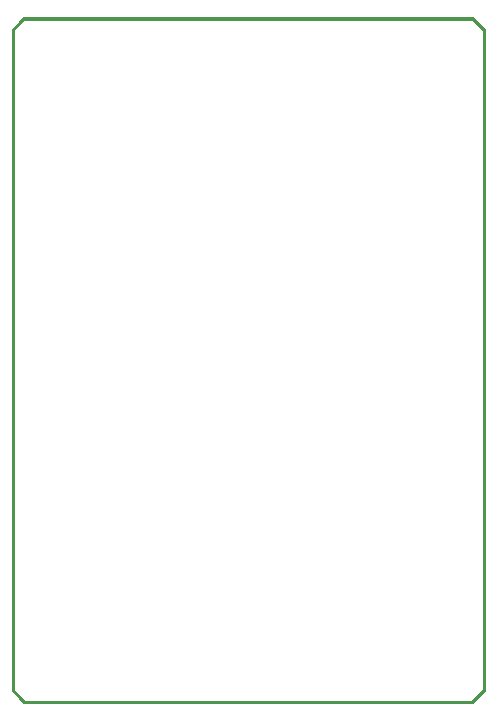
<source format=gko>
%FSLAX25Y25*%
%MOIN*%
G70*
G01*
G75*
G04 Layer_Color=65280*
%ADD10R,0.05118X0.03937*%
%ADD11R,0.02756X0.03347*%
%ADD12R,0.04331X0.01700*%
%ADD13R,0.03347X0.02756*%
%ADD14R,0.03937X0.02362*%
%ADD15O,0.00984X0.04724*%
%ADD16O,0.04724X0.00984*%
%ADD17O,0.04724X0.01772*%
%ADD18O,0.01772X0.04724*%
%ADD19R,0.04724X0.01772*%
%ADD20R,0.06299X0.07087*%
%ADD21O,0.01969X0.03543*%
%ADD22R,0.01969X0.03543*%
%ADD23O,0.01969X0.03543*%
%ADD24R,0.07874X0.07874*%
%ADD25R,0.07874X0.07874*%
%ADD26R,0.07087X0.03937*%
%ADD27O,0.05500X0.02500*%
%ADD28R,0.05500X0.02500*%
%ADD29R,0.04724X0.03543*%
%ADD30R,0.02756X0.03543*%
%ADD31C,0.04000*%
%ADD32C,0.00800*%
%ADD33C,0.01500*%
%ADD34C,0.01000*%
%ADD35C,0.03000*%
%ADD36C,0.01200*%
%ADD37C,0.02000*%
%ADD38C,0.00500*%
%ADD39R,0.19685X0.23622*%
%ADD40C,0.05906*%
%ADD41R,0.05906X0.05906*%
%ADD42R,0.05906X0.05906*%
%ADD43C,0.02000*%
%ADD44C,0.03000*%
%ADD45C,0.00787*%
%ADD46R,0.05918X0.04737*%
%ADD47R,0.03556X0.04147*%
%ADD48R,0.05131X0.02500*%
%ADD49R,0.04147X0.03556*%
%ADD50R,0.04737X0.03162*%
%ADD51O,0.01784X0.05524*%
%ADD52O,0.05524X0.01784*%
%ADD53O,0.05524X0.02572*%
%ADD54O,0.02572X0.05524*%
%ADD55R,0.05524X0.02572*%
%ADD56R,0.07099X0.07887*%
%ADD57O,0.02769X0.04343*%
%ADD58R,0.02769X0.04343*%
%ADD59O,0.02769X0.04343*%
%ADD60R,0.08674X0.08674*%
%ADD61R,0.08674X0.08674*%
%ADD62R,0.07887X0.04737*%
%ADD63O,0.06300X0.03300*%
%ADD64R,0.06300X0.03300*%
%ADD65R,0.05524X0.04343*%
%ADD66R,0.03556X0.04343*%
%ADD67R,0.20485X0.24422*%
%ADD68C,0.06706*%
%ADD69R,0.06706X0.06706*%
%ADD70R,0.06706X0.06706*%
D38*
X102000Y-267500D02*
X251000D01*
X98300Y-263800D02*
X102000Y-267500D01*
X98300Y-263800D02*
Y-43700D01*
X101300Y-40700D01*
X251000Y-267500D02*
X254800Y-263700D01*
X101300Y-40700D02*
X101795Y-40205D01*
X251205D01*
X254800Y-263700D02*
Y-43800D01*
X251205Y-40205D02*
X254800Y-43800D01*
X251306Y-267900D02*
X255243Y-263963D01*
Y-43490D01*
X251306Y-39553D02*
X255243Y-43490D01*
X101700Y-39553D02*
X133800D01*
X133196D02*
X184000D01*
X182409D02*
X233600D01*
X231621D02*
X251306D01*
X97763Y-43490D02*
X101700Y-39553D01*
X97763Y-263963D02*
Y-43490D01*
Y-263963D02*
X101700Y-267900D01*
X251306D01*
X101700D02*
X251306D01*
X97763Y-263963D02*
X101700Y-267900D01*
X97763Y-263963D02*
Y-43490D01*
X101700Y-39553D01*
X231621D02*
X251306D01*
X182409D02*
X233600D01*
X133196D02*
X184000D01*
X101700D02*
X133800D01*
X251306D02*
X255243Y-43490D01*
Y-263963D02*
Y-43490D01*
X251306Y-267900D02*
X255243Y-263963D01*
M02*

</source>
